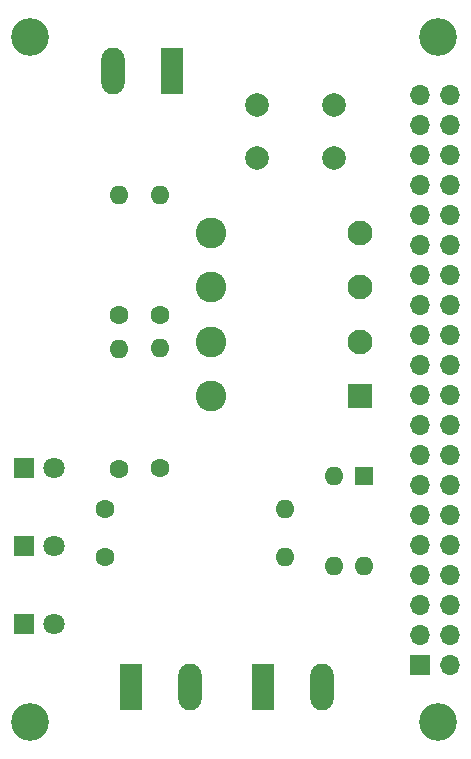
<source format=gts>
G04 #@! TF.GenerationSoftware,KiCad,Pcbnew,(6.0.7-1)-1*
G04 #@! TF.CreationDate,2022-10-15T14:15:15+02:00*
G04 #@! TF.ProjectId,PicoWeather,5069636f-5765-4617-9468-65722e6b6963,rev?*
G04 #@! TF.SameCoordinates,Original*
G04 #@! TF.FileFunction,Soldermask,Top*
G04 #@! TF.FilePolarity,Negative*
%FSLAX46Y46*%
G04 Gerber Fmt 4.6, Leading zero omitted, Abs format (unit mm)*
G04 Created by KiCad (PCBNEW (6.0.7-1)-1) date 2022-10-15 14:15:15*
%MOMM*%
%LPD*%
G01*
G04 APERTURE LIST*
G04 Aperture macros list*
%AMRoundRect*
0 Rectangle with rounded corners*
0 $1 Rounding radius*
0 $2 $3 $4 $5 $6 $7 $8 $9 X,Y pos of 4 corners*
0 Add a 4 corners polygon primitive as box body*
4,1,4,$2,$3,$4,$5,$6,$7,$8,$9,$2,$3,0*
0 Add four circle primitives for the rounded corners*
1,1,$1+$1,$2,$3*
1,1,$1+$1,$4,$5*
1,1,$1+$1,$6,$7*
1,1,$1+$1,$8,$9*
0 Add four rect primitives between the rounded corners*
20,1,$1+$1,$2,$3,$4,$5,0*
20,1,$1+$1,$4,$5,$6,$7,0*
20,1,$1+$1,$6,$7,$8,$9,0*
20,1,$1+$1,$8,$9,$2,$3,0*%
G04 Aperture macros list end*
%ADD10C,1.600000*%
%ADD11O,1.600000X1.600000*%
%ADD12R,1.800000X1.800000*%
%ADD13C,1.800000*%
%ADD14R,1.600000X1.600000*%
%ADD15R,1.980000X3.960000*%
%ADD16O,1.980000X3.960000*%
%ADD17C,3.200000*%
%ADD18C,2.000000*%
%ADD19R,1.700000X1.700000*%
%ADD20O,1.700000X1.700000*%
%ADD21C,2.600000*%
%ADD22RoundRect,0.250001X0.799999X-0.799999X0.799999X0.799999X-0.799999X0.799999X-0.799999X-0.799999X0*%
%ADD23C,2.100000*%
G04 APERTURE END LIST*
D10*
X68380000Y-97500000D03*
D11*
X83620000Y-97500000D03*
D12*
X61500000Y-103208000D03*
D13*
X64040000Y-103208000D03*
D14*
X90275000Y-90700000D03*
D11*
X87735000Y-90700000D03*
X87735000Y-98320000D03*
X90275000Y-98320000D03*
D15*
X70500000Y-108500000D03*
D16*
X75500000Y-108500000D03*
D17*
X62000000Y-111500000D03*
D10*
X68380000Y-93500000D03*
D11*
X83620000Y-93500000D03*
D15*
X81735000Y-108500000D03*
D16*
X86735000Y-108500000D03*
D12*
X61500000Y-96604000D03*
D13*
X64040000Y-96604000D03*
D12*
X61500000Y-90000000D03*
D13*
X64040000Y-90000000D03*
D18*
X81250000Y-59250000D03*
X87750000Y-59250000D03*
X81250000Y-63750000D03*
X87750000Y-63750000D03*
D10*
X73000000Y-90000000D03*
D11*
X73000000Y-79840000D03*
D19*
X95000000Y-106650000D03*
D20*
X97540000Y-106650000D03*
X95000000Y-104110000D03*
X97540000Y-104110000D03*
X95000000Y-101570000D03*
X97540000Y-101570000D03*
X95000000Y-99030000D03*
X97540000Y-99030000D03*
X95000000Y-96490000D03*
X97540000Y-96490000D03*
X95000000Y-93950000D03*
X97540000Y-93950000D03*
X95000000Y-91410000D03*
X97540000Y-91410000D03*
X95000000Y-88870000D03*
X97540000Y-88870000D03*
X95000000Y-86330000D03*
X97540000Y-86330000D03*
X95000000Y-83790000D03*
X97540000Y-83790000D03*
X95000000Y-81250000D03*
X97540000Y-81250000D03*
X95000000Y-78710000D03*
X97540000Y-78710000D03*
X95000000Y-76170000D03*
X97540000Y-76170000D03*
X95000000Y-73630000D03*
X97540000Y-73630000D03*
X95000000Y-71090000D03*
X97540000Y-71090000D03*
X95000000Y-68550000D03*
X97540000Y-68550000D03*
X95000000Y-66010000D03*
X97540000Y-66010000D03*
X95000000Y-63470000D03*
X97540000Y-63470000D03*
X95000000Y-60930000D03*
X97540000Y-60930000D03*
X95000000Y-58390000D03*
X97540000Y-58390000D03*
D10*
X69500000Y-90080000D03*
D11*
X69500000Y-79920000D03*
D17*
X62000000Y-53500000D03*
X96500000Y-53500000D03*
D10*
X69500000Y-77080000D03*
D11*
X69500000Y-66920000D03*
D17*
X96500000Y-111500000D03*
D15*
X74000000Y-56372000D03*
D16*
X69000000Y-56372000D03*
D10*
X73000000Y-77080000D03*
D11*
X73000000Y-66920000D03*
D21*
X77325000Y-83900000D03*
X77325000Y-74700000D03*
X77325000Y-79300000D03*
X77325000Y-70100000D03*
D22*
X89925000Y-83900000D03*
D23*
X89925000Y-79300000D03*
X89925000Y-74700000D03*
X89925000Y-70100000D03*
M02*

</source>
